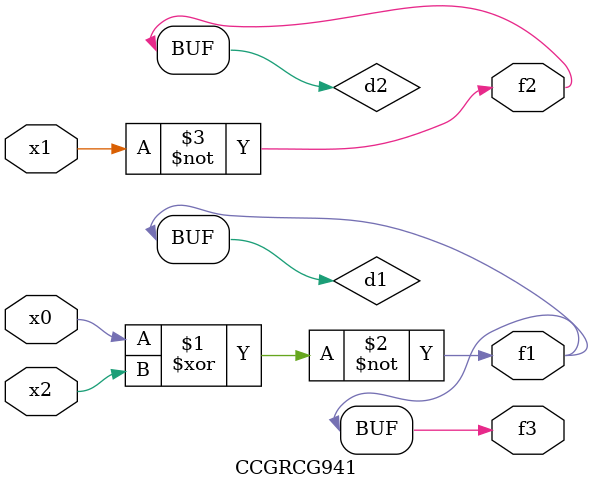
<source format=v>
module CCGRCG941(
	input x0, x1, x2,
	output f1, f2, f3
);

	wire d1, d2, d3;

	xnor (d1, x0, x2);
	nand (d2, x1);
	nor (d3, x1, x2);
	assign f1 = d1;
	assign f2 = d2;
	assign f3 = d1;
endmodule

</source>
